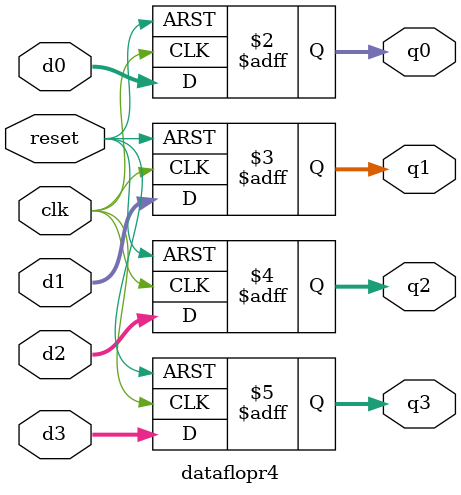
<source format=sv>
module dataflopr4(input  logic        clk, reset,
                  input  logic [31:0] d0, d1, d2,
                  input  logic [4:0]  d3,
                  output logic [31:0] q0, q1, q2,
                  output logic [4:0]  q3
);

always_ff @(posedge clk, posedge reset)

    if(reset)
        begin
            q0 <= 0;
            q1 <= 0;
            q2 <= 0;
            q3 <= 0;
        end
        
    else
        begin
            q0 <= d0;
            q1 <= d1;
            q2 <= d2;
            q3 <= d3;        
        end

endmodule
</source>
